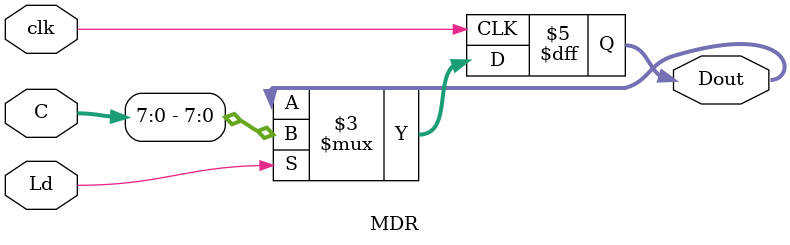
<source format=v>
`timescale 1ns / 1ps
module MDR(clk,Ld,C,Dout);

	input clk;
   input Ld;
   input [15:0] C;
   output [7:0] Dout;
	
	reg [7:0] Dout=0;
	
	always@(posedge clk)
	begin
		if(Ld)
		begin
			Dout<=C[7:0];
		end
	end
	
endmodule

</source>
